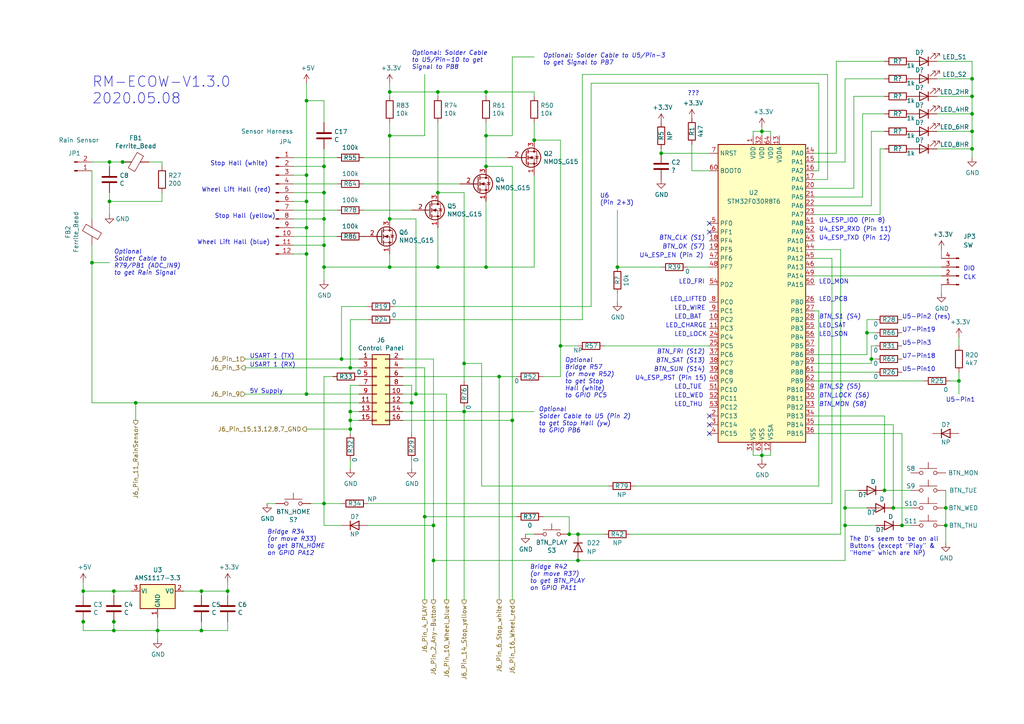
<source format=kicad_sch>
(kicad_sch (version 20211123) (generator eeschema)
  (paper "A4")
  (title_block (title "Project Mowgli") (date "2022-05-22") (rev "1.0.1") (comment 1 "(c) CyberNet / cn@warp.at") (comment 2 "https://github.com/cloudn1ne/Mowgli"))
  (lib_symbols
    (symbol "Connector:Conn_01x02_Male" (pin_names (offset 1.016) hide)
      (property "Reference" "J" (at 0 2.54 0))
      (property "Value" "Conn_01x02_Male" (at 0 -5.08 0))
      (symbol "Conn_01x02_Male_1_1"
        (pin passive line (at 5.08 0 180) (length 3.81) (name "Pin_1") (number "1"))
        (pin passive line (at 5.08 -2.54 180) (length 3.81) (name "Pin_2") (number "2"))
      )
    )
    (symbol "Connector:Conn_01x04_Male" (pin_names (offset 1.016) hide)
      (property "Reference" "J" (at 0 5.08 0))
      (property "Value" "Conn_01x04_Male" (at 0 -7.62 0))
      (symbol "Conn_01x04_Male_1_1"
        (pin passive line (at 5.08 2.54 180) (length 3.81) (name "Pin_1") (number "1"))
        (pin passive line (at 5.08 0 180) (length 3.81) (name "Pin_2") (number "2"))
        (pin passive line (at 5.08 -2.54 180) (length 3.81) (name "Pin_3") (number "3"))
        (pin passive line (at 5.08 -5.08 180) (length 3.81) (name "Pin_4") (number "4"))
      )
    )
    (symbol "Connector:Conn_01x12_Male" (pin_names (offset 1.016) hide)
      (property "Reference" "J" (at 0 15.24 0))
      (property "Value" "Conn_01x12_Male" (at 0 -17.78 0))
      (symbol "Conn_01x12_Male_1_1"
        (pin passive line (at 5.08 12.7 180) (length 3.81) (name "Pin_1") (number "1"))
        (pin passive line (at 5.08 -10.16 180) (length 3.81) (name "Pin_10") (number "10"))
        (pin passive line (at 5.08 -12.7 180) (length 3.81) (name "Pin_11") (number "11"))
        (pin passive line (at 5.08 -15.24 180) (length 3.81) (name "Pin_12") (number "12"))
        (pin passive line (at 5.08 10.16 180) (length 3.81) (name "Pin_2") (number "2"))
        (pin passive line (at 5.08 7.62 180) (length 3.81) (name "Pin_3") (number "3"))
        (pin passive line (at 5.08 5.08 180) (length 3.81) (name "Pin_4") (number "4"))
        (pin passive line (at 5.08 2.54 180) (length 3.81) (name "Pin_5") (number "5"))
        (pin passive line (at 5.08 0 180) (length 3.81) (name "Pin_6") (number "6"))
        (pin passive line (at 5.08 -2.54 180) (length 3.81) (name "Pin_7") (number "7"))
        (pin passive line (at 5.08 -5.08 180) (length 3.81) (name "Pin_8") (number "8"))
        (pin passive line (at 5.08 -7.62 180) (length 3.81) (name "Pin_9") (number "9"))
      )
    )
    (symbol "Connector_Generic:Conn_02x08_Odd_Even" (pin_names (offset 1.016) hide)
      (property "Reference" "J" (at 1.27 10.16 0))
      (property "Value" "Conn_02x08_Odd_Even" (at 1.27 -12.7 0))
      (symbol "Conn_02x08_Odd_Even_1_1"
        (pin passive line (at -5.08 7.62 0) (length 3.81) (name "Pin_1") (number "1"))
        (pin passive line (at 7.62 -2.54 180) (length 3.81) (name "Pin_10") (number "10"))
        (pin passive line (at -5.08 -5.08 0) (length 3.81) (name "Pin_11") (number "11"))
        (pin passive line (at 7.62 -5.08 180) (length 3.81) (name "Pin_12") (number "12"))
        (pin passive line (at -5.08 -7.62 0) (length 3.81) (name "Pin_13") (number "13"))
        (pin passive line (at 7.62 -7.62 180) (length 3.81) (name "Pin_14") (number "14"))
        (pin passive line (at -5.08 -10.16 0) (length 3.81) (name "Pin_15") (number "15"))
        (pin passive line (at 7.62 -10.16 180) (length 3.81) (name "Pin_16") (number "16"))
        (pin passive line (at 7.62 7.62 180) (length 3.81) (name "Pin_2") (number "2"))
        (pin passive line (at -5.08 5.08 0) (length 3.81) (name "Pin_3") (number "3"))
        (pin passive line (at 7.62 5.08 180) (length 3.81) (name "Pin_4") (number "4"))
        (pin passive line (at -5.08 2.54 0) (length 3.81) (name "Pin_5") (number "5"))
        (pin passive line (at 7.62 2.54 180) (length 3.81) (name "Pin_6") (number "6"))
        (pin passive line (at -5.08 0 0) (length 3.81) (name "Pin_7") (number "7"))
        (pin passive line (at 7.62 0 180) (length 3.81) (name "Pin_8") (number "8"))
        (pin passive line (at -5.08 -2.54 0) (length 3.81) (name "Pin_9") (number "9"))
      )
    )
    (symbol "Device:C" (pin_numbers hide) (pin_names (offset 0.254))
      (property "Reference" "C" (at 0.635 2.54 0))
      (property "Value" "C" (at 0.635 -2.54 0))
      (symbol "C_1_1"
        (pin passive line (at 0 3.81 270) (length 2.794) (name "~") (number "1"))
        (pin passive line (at 0 -3.81 90) (length 2.794) (name "~") (number "2"))
      )
    )
    (symbol "Device:D" (pin_numbers hide) (pin_names (offset 1.016) hide)
      (property "Reference" "D" (at 0 2.54 0))
      (property "Value" "D" (at 0 -2.54 0))
      (symbol "D_1_1"
        (pin passive line (at -3.81 0 0) (length 2.54) (name "K") (number "1"))
        (pin passive line (at 3.81 0 180) (length 2.54) (name "A") (number "2"))
      )
    )
    (symbol "Device:Ferrite_Bead" (pin_numbers hide) (pin_names (offset 0))
      (property "Reference" "FB" (at -3.81 0.635 90))
      (property "Value" "Device_Ferrite_Bead" (at 3.81 0 90))
      (symbol "Ferrite_Bead_1_1"
        (pin passive line (at 0 3.81 270) (length 2.54) (name "~") (number "1"))
        (pin passive line (at 0 -3.81 90) (length 2.54) (name "~") (number "2"))
      )
    )
    (symbol "Device:LED" (pin_numbers hide) (pin_names (offset 1.016) hide)
      (property "Reference" "D" (at 0 2.54 0))
      (property "Value" "LED" (at 0 -2.54 0))
      (symbol "LED_1_1"
        (pin passive line (at -3.81 0 0) (length 2.54) (name "K") (number "1"))
        (pin passive line (at 3.81 0 180) (length 2.54) (name "A") (number "2"))
      )
    )
    (symbol "Device:Q_NMOS_SGD" (pin_names (offset 0) hide)
      (property "Reference" "Q" (at 5.08 1.27 0))
      (property "Value" "Q_NMOS_SGD" (at 5.08 -1.27 0))
      (symbol "Q_NMOS_SGD_1_1"
        (pin passive line (at 2.54 -5.08 90) (length 2.54) (name "S") (number "1"))
        (pin input line (at -5.08 0 0) (length 5.08) (name "G") (number "2"))
        (pin passive line (at 2.54 5.08 270) (length 2.54) (name "D") (number "3"))
      )
    )
    (symbol "Device:R" (pin_numbers hide) (pin_names (offset 0))
      (property "Reference" "R" (at 2.032 0 90))
      (property "Value" "R" (at 0 0 90))
      (symbol "R_1_1"
        (pin passive line (at 0 3.81 270) (length 1.27) (name "~") (number "1"))
        (pin passive line (at 0 -3.81 90) (length 1.27) (name "~") (number "2"))
      )
    )
    (symbol "MCU_ST_STM32F0:STM32F030R8Tx"
      (property "Reference" "U" (at -12.7 44.45 0))
      (property "Value" "STM32F030R8Tx" (at 7.62 44.45 0))
      (symbol "STM32F030R8Tx_1_1"
        (pin power_in line (at -2.54 45.72 270) (length 2.54) (name "VDD") (number "1"))
        (pin bidirectional line (at -15.24 -7.62 0) (length 2.54) (name "PC2") (number "10"))
        (pin bidirectional line (at -15.24 -10.16 0) (length 2.54) (name "PC3") (number "11"))
        (pin power_in line (at 2.54 -45.72 90) (length 2.54) (name "VSSA") (number "12"))
        (pin power_in line (at 5.08 45.72 270) (length 2.54) (name "VDDA") (number "13"))
        (pin bidirectional line (at 15.24 40.64 180) (length 2.54) (name "PA0") (number "14"))
        (pin bidirectional line (at 15.24 38.1 180) (length 2.54) (name "PA1") (number "15"))
        (pin bidirectional line (at 15.24 35.56 180) (length 2.54) (name "PA2") (number "16"))
        (pin bidirectional line (at 15.24 33.02 180) (length 2.54) (name "PA3") (number "17"))
        (pin bidirectional line (at -15.24 15.24 0) (length 2.54) (name "PF4") (number "18"))
        (pin bidirectional line (at -15.24 12.7 0) (length 2.54) (name "PF5") (number "19"))
        (pin bidirectional line (at -15.24 -35.56 0) (length 2.54) (name "PC13") (number "2"))
        (pin bidirectional line (at 15.24 30.48 180) (length 2.54) (name "PA4") (number "20"))
        (pin bidirectional line (at 15.24 27.94 180) (length 2.54) (name "PA5") (number "21"))
        (pin bidirectional line (at 15.24 25.4 180) (length 2.54) (name "PA6") (number "22"))
        (pin bidirectional line (at 15.24 22.86 180) (length 2.54) (name "PA7") (number "23"))
        (pin bidirectional line (at -15.24 -12.7 0) (length 2.54) (name "PC4") (number "24"))
        (pin bidirectional line (at -15.24 -15.24 0) (length 2.54) (name "PC5") (number "25"))
        (pin bidirectional line (at 15.24 -2.54 180) (length 2.54) (name "PB0") (number "26"))
        (pin bidirectional line (at 15.24 -5.08 180) (length 2.54) (name "PB1") (number "27"))
        (pin bidirectional line (at 15.24 -7.62 180) (length 2.54) (name "PB2") (number "28"))
        (pin bidirectional line (at 15.24 -27.94 180) (length 2.54) (name "PB10") (number "29"))
        (pin bidirectional line (at -15.24 -38.1 0) (length 2.54) (name "PC14") (number "3"))
        (pin bidirectional line (at 15.24 -30.48 180) (length 2.54) (name "PB11") (number "30"))
        (pin power_in line (at -2.54 -45.72 90) (length 2.54) (name "VSS") (number "31"))
        (pin power_in line (at 0 45.72 270) (length 2.54) (name "VDD") (number "32"))
        (pin bidirectional line (at 15.24 -33.02 180) (length 2.54) (name "PB12") (number "33"))
        (pin bidirectional line (at 15.24 -35.56 180) (length 2.54) (name "PB13") (number "34"))
        (pin bidirectional line (at 15.24 -38.1 180) (length 2.54) (name "PB14") (number "35"))
        (pin bidirectional line (at 15.24 -40.64 180) (length 2.54) (name "PB15") (number "36"))
        (pin bidirectional line (at -15.24 -17.78 0) (length 2.54) (name "PC6") (number "37"))
        (pin bidirectional line (at -15.24 -20.32 0) (length 2.54) (name "PC7") (number "38"))
        (pin bidirectional line (at -15.24 -22.86 0) (length 2.54) (name "PC8") (number "39"))
        (pin bidirectional line (at -15.24 -40.64 0) (length 2.54) (name "PC15") (number "4"))
        (pin bidirectional line (at -15.24 -25.4 0) (length 2.54) (name "PC9") (number "40"))
        (pin bidirectional line (at 15.24 20.32 180) (length 2.54) (name "PA8") (number "41"))
        (pin bidirectional line (at 15.24 17.78 180) (length 2.54) (name "PA9") (number "42"))
        (pin bidirectional line (at 15.24 15.24 180) (length 2.54) (name "PA10") (number "43"))
        (pin bidirectional line (at 15.24 12.7 180) (length 2.54) (name "PA11") (number "44"))
        (pin bidirectional line (at 15.24 10.16 180) (length 2.54) (name "PA12") (number "45"))
        (pin bidirectional line (at 15.24 7.62 180) (length 2.54) (name "PA13") (number "46"))
        (pin bidirectional line (at -15.24 10.16 0) (length 2.54) (name "PF6") (number "47"))
        (pin bidirectional line (at -15.24 7.62 0) (length 2.54) (name "PF7") (number "48"))
        (pin bidirectional line (at 15.24 5.08 180) (length 2.54) (name "PA14") (number "49"))
        (pin input line (at -15.24 20.32 0) (length 2.54) (name "PF0") (number "5"))
        (pin bidirectional line (at 15.24 2.54 180) (length 2.54) (name "PA15") (number "50"))
        (pin bidirectional line (at -15.24 -27.94 0) (length 2.54) (name "PC10") (number "51"))
        (pin bidirectional line (at -15.24 -30.48 0) (length 2.54) (name "PC11") (number "52"))
        (pin bidirectional line (at -15.24 -33.02 0) (length 2.54) (name "PC12") (number "53"))
        (pin bidirectional line (at -15.24 2.54 0) (length 2.54) (name "PD2") (number "54"))
        (pin bidirectional line (at 15.24 -10.16 180) (length 2.54) (name "PB3") (number "55"))
        (pin bidirectional line (at 15.24 -12.7 180) (length 2.54) (name "PB4") (number "56"))
        (pin bidirectional line (at 15.24 -15.24 180) (length 2.54) (name "PB5") (number "57"))
        (pin bidirectional line (at 15.24 -17.78 180) (length 2.54) (name "PB6") (number "58"))
        (pin bidirectional line (at 15.24 -20.32 180) (length 2.54) (name "PB7") (number "59"))
        (pin input line (at -15.24 17.78 0) (length 2.54) (name "PF1") (number "6"))
        (pin input line (at -15.24 35.56 0) (length 2.54) (name "BOOT0") (number "60"))
        (pin bidirectional line (at 15.24 -22.86 180) (length 2.54) (name "PB8") (number "61"))
        (pin bidirectional line (at 15.24 -25.4 180) (length 2.54) (name "PB9") (number "62"))
        (pin power_in line (at 0 -45.72 90) (length 2.54) (name "VSS") (number "63"))
        (pin power_in line (at 2.54 45.72 270) (length 2.54) (name "VDD") (number "64"))
        (pin input line (at -15.24 40.64 0) (length 2.54) (name "NRST") (number "7"))
        (pin bidirectional line (at -15.24 -2.54 0) (length 2.54) (name "PC0") (number "8"))
        (pin bidirectional line (at -15.24 -5.08 0) (length 2.54) (name "PC1") (number "9"))
      )
    )
    (symbol "Regulator_Linear:AMS1117-3.3" (pin_names (offset 0.254))
      (property "Reference" "U" (at -3.81 3.175 0))
      (property "Value" "AMS1117-3.3" (at 0 3.175 0))
      (symbol "AMS1117-3.3_1_1"
        (pin power_in line (at 0 -7.62 90) (length 2.54) (name "GND") (number "1"))
        (pin power_out line (at 7.62 0 180) (length 2.54) (name "VO") (number "2"))
        (pin power_in line (at -7.62 0 0) (length 2.54) (name "VI") (number "3"))
      )
    )
    (symbol "Switch:SW_Push" (pin_numbers hide) (pin_names (offset 1.016) hide)
      (property "Reference" "SW" (at 1.27 2.54 0))
      (property "Value" "SW_Push" (at 0 -1.524 0))
      (symbol "SW_Push_0_1"
        (pin passive line (at -5.08 0 0) (length 2.54) (name "1") (number "1"))
        (pin passive line (at 5.08 0 180) (length 2.54) (name "2") (number "2"))
      )
    )
    (symbol "power:+3.3V" (power) (pin_names (offset 0))
      (property "Value" "+3.3V" (at 0 3.556 0))
      (symbol "+3.3V_1_1"
        (pin power_in line (at 0 0 90) (length 0) hide (name "+3.3V") (number "1"))
      )
    )
    (symbol "power:+5V" (power) (pin_names (offset 0))
      (property "Value" "+5V" (at 0 3.556 0))
      (symbol "+5V_1_1"
        (pin power_in line (at 0 0 90) (length 0) hide (name "+5V") (number "1"))
      )
    )
    (symbol "power:GND" (power) (pin_names (offset 0))
      (property "Value" "GND" (at 0 -3.81 0))
      (symbol "GND_1_1"
        (pin power_in line (at 0 0 270) (length 0) hide (name "GND") (number "1"))
      )
    )
  )
  (junction (at 113.03 39.37))
  (junction (at 123.19 149.86))
  (junction (at 88.9 73.66))
  (junction (at 274.32 147.32))
  (junction (at 119.38 116.84))
  (junction (at 140.97 26.67))
  (junction (at 256.54 142.24))
  (junction (at 281.94 22.86))
  (junction (at 134.62 119.38))
  (junction (at 101.6 106.68))
  (junction (at 66.04 171.45))
  (junction (at 113.03 77.47))
  (junction (at 33.02 182.88))
  (junction (at 167.64 162.56))
  (junction (at 127 77.47))
  (junction (at 24.13 171.45))
  (junction (at 144.78 109.22))
  (junction (at 261.62 152.4))
  (junction (at 88.9 29.21))
  (junction (at 281.94 27.94))
  (junction (at 93.98 71.12))
  (junction (at 245.11 147.32))
  (junction (at 251.46 96.52))
  (junction (at 88.9 66.04))
  (junction (at 24.13 180.34))
  (junction (at 278.13 110.49))
  (junction (at 281.94 38.1))
  (junction (at 88.9 50.8))
  (junction (at 101.6 119.38))
  (junction (at 99.06 104.14))
  (junction (at 113.03 26.67))
  (junction (at 101.6 124.46))
  (junction (at 93.98 77.47))
  (junction (at 127 26.67))
  (junction (at 140.97 77.47))
  (junction (at 26.67 76.2))
  (junction (at 125.73 162.56))
  (junction (at 101.6 121.92))
  (junction (at 31.75 46.99))
  (junction (at 93.98 146.05))
  (junction (at 165.1 154.94))
  (junction (at 31.75 58.42))
  (junction (at 88.9 58.42))
  (junction (at 191.77 44.45))
  (junction (at 167.64 154.94))
  (junction (at 125.73 152.4))
  (junction (at 259.08 147.32))
  (junction (at 120.65 114.3))
  (junction (at 93.98 63.5))
  (junction (at 45.72 182.88))
  (junction (at 58.42 182.88))
  (junction (at 245.11 152.4))
  (junction (at 154.94 40.64))
  (junction (at 162.56 100.33))
  (junction (at 274.32 152.4))
  (junction (at 220.98 132.08))
  (junction (at 148.59 121.92))
  (junction (at 220.98 38.1))
  (junction (at 58.42 171.45))
  (junction (at 179.07 77.47))
  (junction (at 140.97 39.37))
  (junction (at 140.97 48.26))
  (junction (at 93.98 55.88))
  (junction (at 134.62 105.41))
  (junction (at 281.94 33.02))
  (junction (at 88.9 114.3))
  (junction (at 281.94 43.18))
  (junction (at 39.37 116.84))
  (junction (at 33.02 171.45))
  (junction (at 93.98 48.26))
  (junction (at 35.56 46.99))
  (junction (at 113.03 63.5))
  (junction (at 33.02 180.34))
  (junction (at 127 55.88))
  (junction (at 252.73 104.14))
  (no_connect (at 205.74 67.31))
  (no_connect (at 205.74 120.65))
  (no_connect (at 205.74 64.77))
  (no_connect (at 205.74 123.19))
  (no_connect (at 205.74 125.73))
  (wire (pts (xy 255.27 62.23) (xy 255.27 43.18)))
  (wire (pts (xy 35.56 46.99) (xy 38.1 46.99)))
  (wire (pts (xy 31.75 55.88) (xy 31.75 58.42)))
  (wire (pts (xy 140.97 26.67) (xy 127 26.67)))
  (wire (pts (xy 88.9 73.66) (xy 88.9 114.3)))
  (wire (pts (xy 24.13 182.88) (xy 33.02 182.88)))
  (wire (pts (xy 191.77 44.45) (xy 205.74 44.45)))
  (wire (pts (xy 101.6 119.38) (xy 101.6 111.76)))
  (wire (pts (xy 93.98 43.18) (xy 93.98 48.26)))
  (wire (pts (xy 99.06 88.9) (xy 99.06 104.14)))
  (wire (pts (xy 101.6 133.35) (xy 101.6 135.89)))
  (wire (pts (xy 168.91 21.59) (xy 240.03 21.59)))
  (wire (pts (xy 105.41 45.72) (xy 147.32 45.72)))
  (wire (pts (xy 236.22 77.47) (xy 273.05 77.47)))
  (wire (pts (xy 242.57 44.45) (xy 242.57 17.78)))
  (wire (pts (xy 271.78 38.1) (xy 281.94 38.1)))
  (wire (pts (xy 101.6 92.71) (xy 101.6 106.68)))
  (wire (pts (xy 140.97 26.67) (xy 154.94 26.67)))
  (wire (pts (xy 274.32 152.4) (xy 274.32 157.48)))
  (wire (pts (xy 88.9 66.04) (xy 85.09 66.04)))
  (wire (pts (xy 134.62 119.38) (xy 134.62 173.99)))
  (wire (pts (xy 93.98 48.26) (xy 93.98 55.88)))
  (wire (pts (xy 93.98 71.12) (xy 85.09 71.12)))
  (wire (pts (xy 93.98 63.5) (xy 93.98 55.88)))
  (wire (pts (xy 162.56 100.33) (xy 162.56 109.22)))
  (wire (pts (xy 123.19 106.68) (xy 123.19 149.86)))
  (wire (pts (xy 88.9 24.13) (xy 88.9 29.21)))
  (wire (pts (xy 261.62 125.73) (xy 261.62 152.4)))
  (wire (pts (xy 236.22 80.01) (xy 273.05 80.01)))
  (wire (pts (xy 220.98 38.1) (xy 220.98 39.37)))
  (wire (pts (xy 134.62 119.38) (xy 154.94 119.38)))
  (wire (pts (xy 104.14 111.76) (xy 101.6 111.76)))
  (wire (pts (xy 101.6 121.92) (xy 101.6 124.46)))
  (wire (pts (xy 271.78 17.78) (xy 281.94 17.78)))
  (wire (pts (xy 281.94 33.02) (xy 281.94 38.1)))
  (wire (pts (xy 113.03 39.37) (xy 113.03 63.5)))
  (wire (pts (xy 93.98 152.4) (xy 93.98 146.05)))
  (wire (pts (xy 273.05 72.39) (xy 273.05 74.93)))
  (wire (pts (xy 140.97 39.37) (xy 148.59 39.37)))
  (wire (pts (xy 148.59 16.51) (xy 154.94 16.51)))
  (wire (pts (xy 46.99 58.42) (xy 31.75 58.42)))
  (wire (pts (xy 236.22 57.15) (xy 250.19 57.15)))
  (wire (pts (xy 33.02 171.45) (xy 38.1 171.45)))
  (wire (pts (xy 236.22 125.73) (xy 261.62 125.73)))
  (wire (pts (xy 127 77.47) (xy 113.03 77.47)))
  (wire (pts (xy 236.22 59.69) (xy 252.73 59.69)))
  (wire (pts (xy 154.94 35.56) (xy 154.94 40.64)))
  (wire (pts (xy 88.9 29.21) (xy 88.9 50.8)))
  (wire (pts (xy 90.17 146.05) (xy 93.98 146.05)))
  (wire (pts (xy 106.68 88.9) (xy 99.06 88.9)))
  (wire (pts (xy 274.32 142.24) (xy 274.32 147.32)))
  (wire (pts (xy 31.75 58.42) (xy 31.75 62.23)))
  (wire (pts (xy 26.67 76.2) (xy 31.75 76.2)))
  (wire (pts (xy 46.99 46.99) (xy 43.18 46.99)))
  (wire (pts (xy 245.11 152.4) (xy 245.11 162.56)))
  (wire (pts (xy 116.84 104.14) (xy 125.73 104.14)))
  (wire (pts (xy 274.32 147.32) (xy 274.32 152.4)))
  (wire (pts (xy 240.03 21.59) (xy 240.03 52.07)))
  (wire (pts (xy 127 26.67) (xy 127 27.94)))
  (wire (pts (xy 220.98 132.08) (xy 220.98 133.35)))
  (wire (pts (xy 88.9 58.42) (xy 88.9 50.8)))
  (wire (pts (xy 39.37 116.84) (xy 104.14 116.84)))
  (wire (pts (xy 85.09 48.26) (xy 93.98 48.26)))
  (wire (pts (xy 154.94 50.8) (xy 154.94 77.47)))
  (wire (pts (xy 148.59 48.26) (xy 148.59 121.92)))
  (wire (pts (xy 241.3 146.05) (xy 106.68 146.05)))
  (wire (pts (xy 58.42 172.72) (xy 58.42 171.45)))
  (wire (pts (xy 24.13 171.45) (xy 24.13 172.72)))
  (wire (pts (xy 148.59 39.37) (xy 148.59 16.51)))
  (wire (pts (xy 85.09 73.66) (xy 88.9 73.66)))
  (wire (pts (xy 24.13 180.34) (xy 24.13 182.88)))
  (wire (pts (xy 101.6 106.68) (xy 104.14 106.68)))
  (wire (pts (xy 250.19 33.02) (xy 256.54 33.02)))
  (wire (pts (xy 236.22 110.49) (xy 267.97 110.49)))
  (wire (pts (xy 218.44 39.37) (xy 218.44 38.1)))
  (wire (pts (xy 179.07 60.96) (xy 179.07 77.47)))
  (wire (pts (xy 125.73 162.56) (xy 125.73 173.99)))
  (wire (pts (xy 125.73 104.14) (xy 125.73 152.4)))
  (wire (pts (xy 66.04 171.45) (xy 66.04 168.91)))
  (wire (pts (xy 236.22 123.19) (xy 259.08 123.19)))
  (wire (pts (xy 125.73 162.56) (xy 167.64 162.56)))
  (wire (pts (xy 223.52 38.1) (xy 220.98 38.1)))
  (wire (pts (xy 101.6 121.92) (xy 104.14 121.92)))
  (wire (pts (xy 71.12 104.14) (xy 99.06 104.14)))
  (wire (pts (xy 271.78 33.02) (xy 281.94 33.02)))
  (wire (pts (xy 71.12 106.68) (xy 101.6 106.68)))
  (wire (pts (xy 39.37 121.92) (xy 39.37 116.84)))
  (wire (pts (xy 88.9 50.8) (xy 85.09 50.8)))
  (wire (pts (xy 119.38 116.84) (xy 119.38 125.73)))
  (wire (pts (xy 114.3 88.9) (xy 171.45 88.9)))
  (wire (pts (xy 93.98 63.5) (xy 93.98 71.12)))
  (wire (pts (xy 236.22 74.93) (xy 241.3 74.93)))
  (wire (pts (xy 140.97 58.42) (xy 140.97 77.47)))
  (wire (pts (xy 220.98 132.08) (xy 220.98 130.81)))
  (wire (pts (xy 220.98 36.83) (xy 220.98 38.1)))
  (wire (pts (xy 88.9 124.46) (xy 101.6 124.46)))
  (wire (pts (xy 264.16 152.4) (xy 261.62 152.4)))
  (wire (pts (xy 119.38 133.35) (xy 119.38 135.89)))
  (wire (pts (xy 252.73 59.69) (xy 252.73 38.1)))
  (wire (pts (xy 165.1 149.86) (xy 165.1 154.94)))
  (wire (pts (xy 171.45 24.13) (xy 237.49 24.13)))
  (wire (pts (xy 144.78 109.22) (xy 149.86 109.22)))
  (wire (pts (xy 53.34 171.45) (xy 58.42 171.45)))
  (wire (pts (xy 167.64 162.56) (xy 245.11 162.56)))
  (wire (pts (xy 93.98 55.88) (xy 85.09 55.88)))
  (wire (pts (xy 236.22 72.39) (xy 243.84 72.39)))
  (wire (pts (xy 243.84 72.39) (xy 243.84 154.94)))
  (wire (pts (xy 248.92 142.24) (xy 245.11 142.24)))
  (wire (pts (xy 256.54 120.65) (xy 236.22 120.65)))
  (wire (pts (xy 179.07 77.47) (xy 191.77 77.47)))
  (wire (pts (xy 45.72 182.88) (xy 45.72 185.42)))
  (wire (pts (xy 97.79 60.96) (xy 85.09 60.96)))
  (wire (pts (xy 101.6 119.38) (xy 101.6 121.92)))
  (wire (pts (xy 24.13 171.45) (xy 24.13 168.91)))
  (wire (pts (xy 45.72 182.88) (xy 58.42 182.88)))
  (wire (pts (xy 93.98 77.47) (xy 113.03 77.47)))
  (wire (pts (xy 106.68 152.4) (xy 125.73 152.4)))
  (wire (pts (xy 259.08 147.32) (xy 264.16 147.32)))
  (wire (pts (xy 140.97 48.26) (xy 140.97 39.37)))
  (wire (pts (xy 245.11 152.4) (xy 254 152.4)))
  (wire (pts (xy 33.02 172.72) (xy 33.02 171.45)))
  (wire (pts (xy 93.98 29.21) (xy 88.9 29.21)))
  (wire (pts (xy 278.13 97.79) (xy 278.13 100.33)))
  (wire (pts (xy 116.84 116.84) (xy 119.38 116.84)))
  (wire (pts (xy 116.84 121.92) (xy 148.59 121.92)))
  (wire (pts (xy 273.05 82.55) (xy 273.05 85.09)))
  (wire (pts (xy 31.75 46.99) (xy 35.56 46.99)))
  (wire (pts (xy 113.03 35.56) (xy 113.03 39.37)))
  (wire (pts (xy 218.44 132.08) (xy 220.98 132.08)))
  (wire (pts (xy 93.98 146.05) (xy 93.98 109.22)))
  (wire (pts (xy 140.97 77.47) (xy 154.94 77.47)))
  (wire (pts (xy 140.97 48.26) (xy 148.59 48.26)))
  (wire (pts (xy 97.79 53.34) (xy 85.09 53.34)))
  (wire (pts (xy 123.19 21.59) (xy 123.19 39.37)))
  (wire (pts (xy 252.73 104.14) (xy 254 104.14)))
  (wire (pts (xy 140.97 26.67) (xy 140.97 27.94)))
  (wire (pts (xy 171.45 88.9) (xy 171.45 24.13)))
  (wire (pts (xy 237.49 49.53) (xy 236.22 49.53)))
  (wire (pts (xy 113.03 73.66) (xy 113.03 77.47)))
  (wire (pts (xy 256.54 142.24) (xy 264.16 142.24)))
  (wire (pts (xy 116.84 106.68) (xy 123.19 106.68)))
  (wire (pts (xy 120.65 63.5) (xy 120.65 114.3)))
  (wire (pts (xy 116.84 119.38) (xy 134.62 119.38)))
  (wire (pts (xy 236.22 105.41) (xy 252.73 105.41)))
  (wire (pts (xy 255.27 43.18) (xy 256.54 43.18)))
  (wire (pts (xy 127 55.88) (xy 134.62 55.88)))
  (wire (pts (xy 46.99 48.26) (xy 46.99 46.99)))
  (wire (pts (xy 259.08 123.19) (xy 259.08 147.32)))
  (wire (pts (xy 88.9 114.3) (xy 104.14 114.3)))
  (wire (pts (xy 200.66 49.53) (xy 205.74 49.53)))
  (wire (pts (xy 162.56 100.33) (xy 167.64 100.33)))
  (wire (pts (xy 154.94 26.67) (xy 154.94 27.94)))
  (wire (pts (xy 237.49 140.97) (xy 184.15 140.97)))
  (wire (pts (xy 104.14 119.38) (xy 101.6 119.38)))
  (wire (pts (xy 162.56 40.64) (xy 162.56 100.33)))
  (wire (pts (xy 26.67 46.99) (xy 31.75 46.99)))
  (wire (pts (xy 167.64 154.94) (xy 175.26 154.94)))
  (wire (pts (xy 237.49 90.17) (xy 237.49 140.97)))
  (wire (pts (xy 99.06 104.14) (xy 104.14 104.14)))
  (wire (pts (xy 139.7 140.97) (xy 139.7 105.41)))
  (wire (pts (xy 106.68 92.71) (xy 101.6 92.71)))
  (wire (pts (xy 105.41 60.96) (xy 119.38 60.96)))
  (wire (pts (xy 271.78 22.86) (xy 281.94 22.86)))
  (wire (pts (xy 134.62 105.41) (xy 134.62 110.49)))
  (wire (pts (xy 236.22 90.17) (xy 237.49 90.17)))
  (wire (pts (xy 175.26 100.33) (xy 205.74 100.33)))
  (wire (pts (xy 139.7 140.97) (xy 176.53 140.97)))
  (wire (pts (xy 148.59 121.92) (xy 148.59 173.99)))
  (wire (pts (xy 114.3 92.71) (xy 168.91 92.71)))
  (wire (pts (xy 237.49 24.13) (xy 237.49 49.53)))
  (wire (pts (xy 93.98 35.56) (xy 93.98 29.21)))
  (wire (pts (xy 245.11 147.32) (xy 251.46 147.32)))
  (wire (pts (xy 278.13 110.49) (xy 278.13 107.95)))
  (wire (pts (xy 33.02 182.88) (xy 45.72 182.88)))
  (wire (pts (xy 144.78 109.22) (xy 144.78 173.99)))
  (wire (pts (xy 66.04 171.45) (xy 66.04 172.72)))
  (wire (pts (xy 26.67 49.53) (xy 26.67 63.5)))
  (wire (pts (xy 247.65 27.94) (xy 256.54 27.94)))
  (wire (pts (xy 101.6 124.46) (xy 101.6 125.73)))
  (wire (pts (xy 278.13 110.49) (xy 278.13 114.3)))
  (wire (pts (xy 134.62 55.88) (xy 134.62 105.41)))
  (wire (pts (xy 218.44 38.1) (xy 220.98 38.1)))
  (wire (pts (xy 93.98 77.47) (xy 93.98 81.28)))
  (wire (pts (xy 152.4 154.94) (xy 154.94 154.94)))
  (wire (pts (xy 251.46 96.52) (xy 254 96.52)))
  (wire (pts (xy 140.97 77.47) (xy 127 77.47)))
  (wire (pts (xy 113.03 24.13) (xy 113.03 26.67)))
  (wire (pts (xy 113.03 63.5) (xy 120.65 63.5)))
  (wire (pts (xy 45.72 179.07) (xy 45.72 182.88)))
  (wire (pts (xy 281.94 27.94) (xy 281.94 33.02)))
  (wire (pts (xy 199.39 77.47) (xy 205.74 77.47)))
  (wire (pts (xy 179.07 85.09) (xy 179.07 87.63)))
  (wire (pts (xy 88.9 73.66) (xy 88.9 66.04)))
  (wire (pts (xy 85.09 45.72) (xy 97.79 45.72)))
  (wire (pts (xy 252.73 105.41) (xy 252.73 104.14)))
  (wire (pts (xy 245.11 22.86) (xy 256.54 22.86)))
  (wire (pts (xy 251.46 96.52) (xy 251.46 102.87)))
  (wire (pts (xy 31.75 48.26) (xy 31.75 46.99)))
  (wire (pts (xy 191.77 43.18) (xy 191.77 44.45)))
  (wire (pts (xy 275.59 110.49) (xy 278.13 110.49)))
  (wire (pts (xy 99.06 152.4) (xy 93.98 152.4)))
  (wire (pts (xy 88.9 66.04) (xy 88.9 58.42)))
  (wire (pts (xy 127 55.88) (xy 127 35.56)))
  (wire (pts (xy 33.02 180.34) (xy 33.02 182.88)))
  (wire (pts (xy 26.67 76.2) (xy 26.67 116.84)))
  (wire (pts (xy 223.52 132.08) (xy 220.98 132.08)))
  (wire (pts (xy 254 100.33) (xy 252.73 100.33)))
  (wire (pts (xy 123.19 149.86) (xy 123.19 173.99)))
  (wire (pts (xy 245.11 147.32) (xy 245.11 152.4)))
  (wire (pts (xy 58.42 182.88) (xy 66.04 182.88)))
  (wire (pts (xy 33.02 179.07) (xy 33.02 180.34)))
  (wire (pts (xy 58.42 180.34) (xy 58.42 182.88)))
  (wire (pts (xy 157.48 109.22) (xy 162.56 109.22)))
  (wire (pts (xy 256.54 142.24) (xy 256.54 120.65)))
  (wire (pts (xy 252.73 38.1) (xy 256.54 38.1)))
  (wire (pts (xy 245.11 46.99) (xy 245.11 22.86)))
  (wire (pts (xy 251.46 92.71) (xy 251.46 96.52)))
  (wire (pts (xy 236.22 44.45) (xy 242.57 44.45)))
  (wire (pts (xy 123.19 149.86) (xy 149.86 149.86)))
  (wire (pts (xy 129.54 114.3) (xy 129.54 173.99)))
  (wire (pts (xy 77.47 146.05) (xy 80.01 146.05)))
  (wire (pts (xy 116.84 114.3) (xy 120.65 114.3)))
  (wire (pts (xy 236.22 102.87) (xy 251.46 102.87)))
  (wire (pts (xy 134.62 105.41) (xy 139.7 105.41)))
  (wire (pts (xy 182.88 154.94) (xy 243.84 154.94)))
  (wire (pts (xy 281.94 43.18) (xy 281.94 45.72)))
  (wire (pts (xy 252.73 100.33) (xy 252.73 104.14)))
  (wire (pts (xy 24.13 171.45) (xy 33.02 171.45)))
  (wire (pts (xy 241.3 74.93) (xy 241.3 146.05)))
  (wire (pts (xy 119.38 111.76) (xy 119.38 116.84)))
  (wire (pts (xy 116.84 109.22) (xy 144.78 109.22)))
  (wire (pts (xy 236.22 62.23) (xy 255.27 62.23)))
  (wire (pts (xy 93.98 71.12) (xy 93.98 77.47)))
  (wire (pts (xy 154.94 40.64) (xy 162.56 40.64)))
  (wire (pts (xy 93.98 146.05) (xy 99.06 146.05)))
  (wire (pts (xy 120.65 114.3) (xy 129.54 114.3)))
  (wire (pts (xy 125.73 152.4) (xy 125.73 162.56)))
  (wire (pts (xy 88.9 58.42) (xy 85.09 58.42)))
  (wire (pts (xy 46.99 55.88) (xy 46.99 58.42)))
  (wire (pts (xy 134.62 118.11) (xy 134.62 119.38)))
  (wire (pts (xy 236.22 54.61) (xy 247.65 54.61)))
  (wire (pts (xy 127 66.04) (xy 127 77.47)))
  (wire (pts (xy 93.98 109.22) (xy 96.52 109.22)))
  (wire (pts (xy 58.42 171.45) (xy 66.04 171.45)))
  (wire (pts (xy 250.19 57.15) (xy 250.19 33.02)))
  (wire (pts (xy 236.22 107.95) (xy 254 107.95)))
  (wire (pts (xy 271.78 43.18) (xy 281.94 43.18)))
  (wire (pts (xy 254 92.71) (xy 251.46 92.71)))
  (wire (pts (xy 113.03 27.94) (xy 113.03 26.67)))
  (wire (pts (xy 85.09 68.58) (xy 97.79 68.58)))
  (wire (pts (xy 242.57 17.78) (xy 256.54 17.78)))
  (wire (pts (xy 245.11 142.24) (xy 245.11 147.32)))
  (wire (pts (xy 247.65 54.61) (xy 247.65 27.94)))
  (wire (pts (xy 66.04 182.88) (xy 66.04 180.34)))
  (wire (pts (xy 116.84 111.76) (xy 119.38 111.76)))
  (wire (pts (xy 218.44 130.81) (xy 218.44 132.08)))
  (wire (pts (xy 271.78 27.94) (xy 281.94 27.94)))
  (wire (pts (xy 223.52 39.37) (xy 223.52 38.1)))
  (wire (pts (xy 236.22 52.07) (xy 240.03 52.07)))
  (wire (pts (xy 26.67 116.84) (xy 39.37 116.84)))
  (wire (pts (xy 113.03 26.67) (xy 127 26.67)))
  (wire (pts (xy 113.03 39.37) (xy 123.19 39.37)))
  (wire (pts (xy 236.22 46.99) (xy 245.11 46.99)))
  (wire (pts (xy 168.91 92.71) (xy 168.91 21.59)))
  (wire (pts (xy 165.1 154.94) (xy 167.64 154.94)))
  (wire (pts (xy 281.94 17.78) (xy 281.94 22.86)))
  (wire (pts (xy 157.48 149.86) (xy 165.1 149.86)))
  (wire (pts (xy 223.52 130.81) (xy 223.52 132.08)))
  (wire (pts (xy 140.97 39.37) (xy 140.97 35.56)))
  (wire (pts (xy 85.09 63.5) (xy 93.98 63.5)))
  (wire (pts (xy 200.66 41.91) (xy 200.66 49.53)))
  (wire (pts (xy 26.67 71.12) (xy 26.67 76.2)))
  (wire (pts (xy 105.41 53.34) (xy 133.35 53.34)))
  (wire (pts (xy 71.12 114.3) (xy 88.9 114.3)))
  (wire (pts (xy 24.13 179.07) (xy 24.13 180.34)))
  (wire (pts (xy 281.94 22.86) (xy 281.94 27.94)))
  (wire (pts (xy 281.94 38.1) (xy 281.94 43.18)))
  (text "U4_ESP_EN (Pin 2)" (at 185.42 74.93 0) (effects (font (size 1.27 1.27)) (justify left bottom)))
  (text "U7-Pin19" (at 261.62 96.52 0) (effects (font (size 1.27 1.27)) (justify left bottom)))
  (text "U6\n(Pin 2+3)" (at 173.99 59.69 0) (effects (font (size 1.27 1.27)) (justify left bottom)))
  (text "Optional: Solder Cable\nto U5/Pin-10 to get\nSignal to PB8" (at 119.38 20.32 0) (effects (font (size 1.27 1.27) italic) (justify left bottom)))
  (text "LED_MON" (at 237.49 82.55 0) (effects (font (size 1.27 1.27)) (justify left bottom)))
  (text "U4_ESP_RST (Pin 15)" (at 184.15 110.49 0) (effects (font (size 1.27 1.27)) (justify left bottom)))
  (text "USART 1 (RX)" (at 72.39 106.68 0) (effects (font (size 1.27 1.27)) (justify left bottom)))
  (text "The D's seem to be on all\nButtons (except \"Play\" &\n\"Home\" which are NP)" (at 246.38 161.29 0) (effects (font (size 1.27 1.27)) (justify left bottom)))
  (text "LED_PCB" (at 237.49 87.63 0) (effects (font (size 1.27 1.27)) (justify left bottom)))
  (text "BTN_OK (S7)" (at 204.47 72.39 180) (effects (font (size 1.27 1.27) italic) (justify right bottom)))
  (text "U5-Pin2 (res)" (at 261.62 92.71 0) (effects (font (size 1.27 1.27)) (justify left bottom)))
  (text "RM-ECOW-V1.3.0\n2020.05.08" (at 26.67 30.48 0) (effects (font (size 2.9972 2.9972)) (justify left bottom)))
  (text "U4_ESP_IO0 (Pin 8)" (at 237.49 64.77 0) (effects (font (size 1.27 1.27)) (justify left bottom)))
  (text "DIO" (at 279.4 78.74 0) (effects (font (size 1.27 1.27)) (justify left bottom)))
  (text "LED_WED" (at 195.58 115.57 0) (effects (font (size 1.27 1.27)) (justify left bottom)))
  (text "BTN_SAT (S13)" (at 204.47 105.41 180) (effects (font (size 1.27 1.27) italic) (justify right bottom)))
  (text "LED_SON" (at 237.49 97.79 0) (effects (font (size 1.27 1.27)) (justify left bottom)))
  (text "LED_WIRE" (at 195.58 90.17 0) (effects (font (size 1.27 1.27)) (justify left bottom)))
  (text "Optional\nBridge R57\n(or move R52)\nto get Stop\nHall (white)\nto GPIO PC5" (at 163.83 115.57 0) (effects (font (size 1.27 1.27) italic) (justify left bottom)))
  (text "LED_FRI" (at 196.85 82.55 0) (effects (font (size 1.27 1.27)) (justify left bottom)))
  (text "BTN_S2 (S5)" (at 237.49 113.03 0) (effects (font (size 1.27 1.27) italic) (justify left bottom)))
  (text "U5-Pin10" (at 261.62 107.95 0) (effects (font (size 1.27 1.27)) (justify left bottom)))
  (text "LED_THU" (at 195.58 118.11 0) (effects (font (size 1.27 1.27)) (justify left bottom)))
  (text "LED_LOCK" (at 195.58 97.79 0) (effects (font (size 1.27 1.27)) (justify left bottom)))
  (text "Optional\nSolder Cable to U5 (Pin 2)\nto get Stop Hall (yw)\nto GPIO PB6" (at 156.21 125.73 0) (effects (font (size 1.27 1.27) italic) (justify left bottom)))
  (text "CLK" (at 279.4 81.28 0) (effects (font (size 1.27 1.27)) (justify left bottom)))
  (text "Wheel Lift Hall (blue)" (at 57.15 71.12 0) (effects (font (size 1.27 1.27)) (justify left bottom)))
  (text "USART 1 (TX)" (at 72.39 104.14 0) (effects (font (size 1.27 1.27)) (justify left bottom)))
  (text "U5-Pin3" (at 261.62 100.33 0) (effects (font (size 1.27 1.27)) (justify left bottom)))
  (text "Bridge R42\n(or move R37)\nto get BTN_PLAY\non GPIO PA11" (at 153.67 171.45 0) (effects (font (size 1.27 1.27) italic) (justify left bottom)))
  (text "BTN_MON (S8)" (at 237.49 118.11 0) (effects (font (size 1.27 1.27) italic) (justify left bottom)))
  (text "LED_BAT" (at 195.58 92.71 0) (effects (font (size 1.27 1.27)) (justify left bottom)))
  (text "U4_ESP_TXD (Pin 12)" (at 237.49 69.85 0) (effects (font (size 1.27 1.27)) (justify left bottom)))
  (text "Stop Hall (yellow)" (at 62.23 63.5 0) (effects (font (size 1.27 1.27)) (justify left bottom)))
  (text "Stop Hall (white)" (at 60.96 48.26 0) (effects (font (size 1.27 1.27)) (justify left bottom)))
  (text "Bridge R34\n(or move R33)\nto get BTN_HOME\non GPIO PA12" (at 77.47 161.29 0) (effects (font (size 1.27 1.27) italic) (justify left bottom)))
  (text "Optional\nSolder Cable to\nR79/PB1 (ADC_IN9)\nto get Rain Signal" (at 33.02 80.01 0) (effects (font (size 1.27 1.27) italic) (justify left bottom)))
  (text "5V Supply" (at 72.39 114.3 0) (effects (font (size 1.27 1.27)) (justify left bottom)))
  (text "???" (at 199.39 27.94 0) (effects (font (size 1.27 1.27)) (justify left bottom)))
  (text "LED_TUE" (at 195.58 113.03 0) (effects (font (size 1.27 1.27)) (justify left bottom)))
  (text "LED_LIFTED" (at 194.31 87.63 0) (effects (font (size 1.27 1.27)) (justify left bottom)))
  (text "U7-Pin18" (at 261.62 104.14 0) (effects (font (size 1.27 1.27)) (justify left bottom)))
  (text "Wheel Lift Hall (red)" (at 58.42 55.88 0) (effects (font (size 1.27 1.27)) (justify left bottom)))
  (text "LED_CHARGE" (at 193.04 95.25 0) (effects (font (size 1.27 1.27)) (justify left bottom)))
  (text "BTN_S1 (S4)" (at 237.49 92.71 0) (effects (font (size 1.27 1.27) italic) (justify left bottom)))
  (text "U4_ESP_RXD (Pin 11)" (at 237.49 67.31 0) (effects (font (size 1.27 1.27)) (justify left bottom)))
  (text "LED_SAT" (at 237.49 95.25 0) (effects (font (size 1.27 1.27)) (justify left bottom)))
  (text "BTN_CLK (S1)" (at 204.47 69.85 180) (effects (font (size 1.27 1.27) italic) (justify right bottom)))
  (text "Optional: Solder Cable to U5/Pin-3\nto get Signal to PB7" (at 157.48 19.05 0) (effects (font (size 1.27 1.27) italic) (justify left bottom)))
  (text "BTN_LOCK (S6)" (at 237.49 115.57 0) (effects (font (size 1.27 1.27) italic) (justify left bottom)))
  (text "BTN_SUN (S14)" (at 204.47 107.95 180) (effects (font (size 1.27 1.27) italic) (justify right bottom)))
  (text "BTN_FRI (S12)" (at 204.47 102.87 180) (effects (font (size 1.27 1.27) italic) (justify right bottom)))
  (text "U5-Pin1" (at 274.32 116.84 0) (effects (font (size 1.27 1.27)) (justify left bottom)))
  (hierarchical_label "J6_Pin_10_Wheel_blue" (shape output) (at 129.54 173.99 270))
  (hierarchical_label "J6_Pin_3" (shape output) (at 71.12 106.68 180))
  (hierarchical_label "J6_Pin_1" (shape input) (at 71.12 104.14 180))
  (hierarchical_label "J6_Pin_15,13,12,8,7_GND" (shape output) (at 88.9 124.46 180))
  (hierarchical_label "J6_Pin_16_Wheel_red" (shape output) (at 148.59 173.99 270))
  (hierarchical_label "J6_Pin_11_RainSensor" (shape output) (at 39.37 121.92 270))
  (hierarchical_label "J6_Pin_4_PLAY" (shape output) (at 123.19 173.99 270))
  (hierarchical_label "J6_Pin_14_Stop_yellow" (shape output) (at 134.62 173.99 270))
  (hierarchical_label "J6_Pin_6_Stop_white" (shape output) (at 144.78 173.99 270))
  (hierarchical_label "J6_Pin_9" (shape input) (at 71.12 114.3 180))
  (hierarchical_label "J6_Pin_2_Any-Button" (shape output) (at 125.73 173.99 270))
  (symbol (lib_id "Regulator_Linear:AMS1117-3.3") (at 45.72 171.45 0) (unit 1)
    (property "Reference" "U3" (at 45.72 165.3032 0))
    (property "Value" "AMS1117-3.3" (at 45.72 167.6146 0))
    (property "Footprint" "Package_TO_SOT_SMD:SOT-223-3_TabPin2" (effects hide))
    (property "Datasheet" "http://www.advanced-monolithic.com/pdf/ds1117.pdf" (effects hide))
  )
  (symbol (lib_id "power:+5V") (at 88.9 24.13 0) (unit 1)
    (property "Reference" "#PWR?" (effects hide))
    (property "Value" "+5V" (at 89.281 19.7358 0))
  )
  (symbol (lib_id "power:+5V") (at 24.13 168.91 0) (unit 1)
    (property "Reference" "#PWR?" (effects hide))
    (property "Value" "+5V" (at 24.511 164.5158 0))
  )
  (symbol (lib_id "power:GND") (at 45.72 185.42 0) (unit 1)
    (property "Reference" "#PWR?" (effects hide))
    (property "Value" "GND" (at 45.847 189.8142 0))
  )
  (symbol (lib_id "Device:C") (at 24.13 176.53 0) (unit 1)
    (property "Reference" "C3" (at 27.051 175.3616 0) (effects (justify left)))
    (property "Value" "C" (at 27.051 177.673 0) (effects (justify left)))
  )
  (symbol (lib_id "Device:C") (at 33.02 176.53 0) (unit 1)
    (property "Reference" "C4" (at 35.941 175.3616 0) (effects (justify left)))
    (property "Value" "C" (at 35.941 177.673 0) (effects (justify left)))
  )
  (symbol (lib_id "Device:C") (at 58.42 176.53 0) (unit 1)
    (property "Reference" "C5" (at 61.341 175.3616 0) (effects (justify left)))
    (property "Value" "C" (at 61.341 177.673 0) (effects (justify left)))
  )
  (symbol (lib_id "Device:C") (at 66.04 176.53 0) (unit 1)
    (property "Reference" "C6" (at 68.961 175.3616 0) (effects (justify left)))
    (property "Value" "C" (at 68.961 177.673 0) (effects (justify left)))
  )
  (symbol (lib_id "power:+3.3V") (at 66.04 168.91 0) (unit 1)
    (property "Reference" "#PWR?" (effects hide))
    (property "Value" "+3.3V" (at 66.421 164.5158 0))
  )
  (symbol (lib_id "Connector:Conn_01x02_Male") (at 21.59 49.53 0) (mirror x) (unit 1)
    (property "Reference" "JP1" (at 21.59 44.45 0))
    (property "Value" "Rain Sensor" (at 22.86 40.64 0))
  )
  (symbol (lib_id "Device:C") (at 31.75 52.07 0) (unit 1)
    (property "Reference" "C8" (at 34.671 50.9016 0) (effects (justify left)))
    (property "Value" "C" (at 34.671 53.213 0) (effects (justify left)))
  )
  (symbol (lib_id "power:GND") (at 31.75 62.23 0) (unit 1)
    (property "Reference" "#PWR?" (effects hide))
    (property "Value" "GND" (at 35.56 63.5 0))
  )
  (symbol (lib_id "Device:Ferrite_Bead") (at 39.37 46.99 270) (unit 1)
    (property "Reference" "FB1" (at 39.37 40.0304 90))
    (property "Value" "Ferrite_Bead" (at 39.37 42.3418 90))
  )
  (symbol (lib_id "Device:R") (at 46.99 52.07 0) (unit 1)
    (property "Reference" "R27" (at 48.768 50.9016 0) (effects (justify left)))
    (property "Value" "200" (at 48.768 53.213 0) (effects (justify left)))
  )
  (symbol (lib_id "Device:R") (at 113.03 31.75 0) (unit 1)
    (property "Reference" "R83" (at 114.808 30.5816 0) (effects (justify left)))
    (property "Value" "10k" (at 114.808 32.893 0) (effects (justify left)))
  )
  (symbol (lib_id "power:+3.3V") (at 113.03 24.13 0) (unit 1)
    (property "Reference" "#PWR?" (effects hide))
    (property "Value" "+3.3V" (at 113.411 19.7358 0))
  )
  (symbol (lib_id "Device:Q_NMOS_SGD") (at 110.49 68.58 0) (unit 1)
    (property "Reference" "Q6" (at 115.697 67.4116 0) (effects (justify left)))
    (property "Value" "NMOS_G15" (at 115.697 69.723 0) (effects (justify left)))
  )
  (symbol (lib_id "Device:R") (at 101.6 68.58 90) (unit 1)
    (property "Reference" "R86" (at 101.6 68.58 90))
    (property "Value" "100k" (at 101.6 65.6336 90))
  )
  (symbol (lib_id "Connector:Conn_01x12_Male") (at 80.01 58.42 0) (unit 1)
    (property "Reference" "JP4" (at 82.7532 41.1226 0))
    (property "Value" "Sensor Harness" (at 77.47 38.1 0))
  )
  (symbol (lib_id "power:GND") (at 93.98 81.28 0) (unit 1)
    (property "Reference" "#PWR?" (effects hide))
    (property "Value" "GND" (at 94.107 85.6742 0))
  )
  (symbol (lib_id "Connector_Generic:Conn_02x08_Odd_Even") (at 109.22 111.76 0) (unit 1)
    (property "Reference" "J6" (at 110.49 98.6282 0))
    (property "Value" "Control Panel" (at 110.49 100.9396 0))
  )
  (symbol (lib_id "Device:R") (at 154.94 31.75 0) (unit 1)
    (property "Reference" "R50" (at 156.718 30.5816 0) (effects (justify left)))
    (property "Value" "10k" (at 156.718 32.893 0) (effects (justify left)))
  )
  (symbol (lib_id "Device:Q_NMOS_SGD") (at 152.4 45.72 0) (unit 1)
    (property "Reference" "Q2" (at 157.607 44.5516 0) (effects (justify left)))
    (property "Value" "NMOS_G15" (at 157.607 46.863 0) (effects (justify left)))
  )
  (symbol (lib_id "Device:R") (at 101.6 45.72 90) (unit 1)
    (property "Reference" "R55" (at 101.6 45.72 90))
    (property "Value" "100k" (at 101.6 42.7736 90))
  )
  (symbol (lib_id "Device:R") (at 100.33 109.22 270) (unit 1)
    (property "Reference" "R33" (at 100.33 109.22 90))
    (property "Value" "0" (at 104.14 107.95 90))
  )
  (symbol (lib_id "Device:Q_NMOS_SGD") (at 124.46 60.96 0) (unit 1)
    (property "Reference" "Q5" (at 129.667 59.7916 0) (effects (justify left)))
    (property "Value" "NMOS_G15" (at 129.667 62.103 0) (effects (justify left)))
  )
  (symbol (lib_id "Device:R") (at 101.6 60.96 90) (unit 1)
    (property "Reference" "R78" (at 101.6 60.96 90))
    (property "Value" "100k" (at 101.6 58.0136 90))
  )
  (symbol (lib_id "Device:R") (at 127 31.75 0) (unit 1)
    (property "Reference" "R74" (at 128.778 30.5816 0) (effects (justify left)))
    (property "Value" "10k" (at 128.778 32.893 0) (effects (justify left)))
  )
  (symbol (lib_id "Device:Q_NMOS_SGD") (at 138.43 53.34 0) (unit 1)
    (property "Reference" "Q4" (at 143.637 52.1716 0) (effects (justify left)))
    (property "Value" "NMOS_G15" (at 143.637 54.483 0) (effects (justify left)))
  )
  (symbol (lib_id "Device:R") (at 101.6 53.34 90) (unit 1)
    (property "Reference" "R64" (at 101.6 53.34 90))
    (property "Value" "100k" (at 101.6 50.3936 90))
  )
  (symbol (lib_id "Device:R") (at 140.97 31.75 0) (unit 1)
    (property "Reference" "R61" (at 142.748 30.5816 0) (effects (justify left)))
    (property "Value" "10k" (at 142.748 32.893 0) (effects (justify left)))
  )
  (symbol (lib_id "Device:C") (at 93.98 39.37 0) (unit 1)
    (property "Reference" "C17" (at 96.901 38.2016 0) (effects (justify left)))
    (property "Value" "C" (at 96.901 40.513 0) (effects (justify left)))
  )
  (symbol (lib_id "Device:R") (at 260.35 33.02 270) (unit 1)
    (property "Reference" "R?" (at 260.35 33.02 90))
    (property "Value" "1k" (at 264.16 34.29 90))
  )
  (symbol (lib_id "Device:R") (at 119.38 129.54 180) (unit 1)
    (property "Reference" "R29" (at 119.38 129.54 90))
    (property "Value" "0" (at 120.65 133.35 90))
  )
  (symbol (lib_id "Device:R") (at 278.13 104.14 0) (unit 1)
    (property "Reference" "R20" (at 279.908 102.9716 0) (effects (justify left)))
    (property "Value" "4k7" (at 279.908 105.283 0) (effects (justify left)))
  )
  (symbol (lib_id "Device:R") (at 257.81 100.33 90) (unit 1) (in_bom no) (on_board no)
    (property "Reference" "R31" (at 257.81 100.33 90))
    (property "Value" "0" (at 254 101.6 90))
  )
  (symbol (lib_id "Device:R") (at 271.78 110.49 90) (unit 1) (in_bom no) (on_board no)
    (property "Reference" "R25" (at 271.78 110.49 90))
    (property "Value" "0" (at 274.32 113.03 90))
  )
  (symbol (lib_id "Device:R") (at 260.35 43.18 270) (unit 1)
    (property "Reference" "R?" (at 260.35 43.18 90))
    (property "Value" "1k" (at 264.16 44.45 90))
  )
  (symbol (lib_id "Device:R") (at 171.45 100.33 90) (unit 1) (in_bom no) (on_board no)
    (property "Reference" "R57" (at 171.45 100.33 90))
    (property "Value" "NP" (at 167.64 101.6 90))
  )
  (symbol (lib_id "Device:R") (at 260.35 22.86 270) (unit 1)
    (property "Reference" "R?" (at 260.35 22.86 90))
    (property "Value" "1k" (at 264.16 24.13 90))
  )
  (symbol (lib_id "Device:R") (at 179.07 81.28 180) (unit 1)
    (property "Reference" "R?" (at 179.07 81.28 90))
    (property "Value" "10k" (at 181.61 81.28 90))
  )
  (symbol (lib_id "Device:D") (at 255.27 147.32 180) (unit 1)
    (property "Reference" "D?" (at 254 148.59 0) (effects (justify left)))
    (property "Value" "D" (at 256.54 144.78 0) (effects (justify left)))
  )
  (symbol (lib_id "power:GND") (at 101.6 135.89 0) (unit 1)
    (property "Reference" "#PWR?" (effects hide))
    (property "Value" "GND" (at 101.727 140.2842 0))
  )
  (symbol (lib_id "Device:R") (at 110.49 92.71 270) (unit 1)
    (property "Reference" "R24" (at 110.49 92.71 90))
    (property "Value" "0" (at 114.3 91.44 90))
  )
  (symbol (lib_id "power:GND") (at 220.98 133.35 0) (unit 1)
    (property "Reference" "#PWR?" (effects hide))
    (property "Value" "GND" (at 221.107 137.7442 0))
  )
  (symbol (lib_id "Switch:SW_Push") (at 269.24 152.4 0) (mirror y) (unit 1)
    (property "Reference" "S11" (at 264.16 151.13 0))
    (property "Value" "BTN_THU" (at 279.4 152.4 0))
  )
  (symbol (lib_id "Device:R") (at 191.77 39.37 180) (unit 1)
    (property "Reference" "R5" (at 191.77 39.37 90))
    (property "Value" "NP" (at 194.31 39.37 90))
  )
  (symbol (lib_id "power:GND") (at 274.32 157.48 0) (unit 1)
    (property "Reference" "#PWR?" (effects hide))
    (property "Value" "GND" (at 274.447 161.8742 0))
  )
  (symbol (lib_id "Device:D") (at 167.64 158.75 270) (unit 1)
    (property "Reference" "D22" (at 170.18 157.4799 90) (effects (justify left)))
    (property "Value" "NP" (at 170.18 160.0199 90) (effects (justify left)))
  )
  (symbol (lib_id "Device:C") (at 191.77 48.26 0) (unit 1)
    (property "Reference" "C2" (at 194.691 47.0916 0) (effects (justify left)))
    (property "Value" "?" (at 194.691 49.403 0) (effects (justify left)))
  )
  (symbol (lib_id "power:+3.3V") (at 191.77 35.56 0) (unit 1)
    (property "Reference" "#PWR?" (effects hide))
    (property "Value" "+3.3V" (at 192.151 31.1658 0))
  )
  (symbol (lib_id "Device:R") (at 257.81 92.71 90) (unit 1) (in_bom no) (on_board no)
    (property "Reference" "R28" (at 257.81 92.71 90))
    (property "Value" "0" (at 254 93.98 90))
  )
  (symbol (lib_id "Device:R") (at 110.49 88.9 270) (unit 1)
    (property "Reference" "R19" (at 110.49 88.9 90))
    (property "Value" "0" (at 114.3 87.63 90))
  )
  (symbol (lib_id "Device:Ferrite_Bead") (at 26.67 67.31 0) (unit 1)
    (property "Reference" "FB2" (at 19.7104 67.31 90))
    (property "Value" "Ferrite_Bead" (at 22.0218 67.31 90))
  )
  (symbol (lib_id "power:GND") (at 281.94 45.72 0) (unit 1)
    (property "Reference" "#PWR?" (effects hide))
    (property "Value" "GND" (at 282.067 50.1142 0))
  )
  (symbol (lib_id "Device:R") (at 200.66 38.1 180) (unit 1)
    (property "Reference" "R1" (at 200.66 38.1 90))
    (property "Value" "4k7" (at 203.2 38.1 90))
  )
  (symbol (lib_id "power:GND") (at 191.77 52.07 0) (unit 1)
    (property "Reference" "#PWR?" (effects hide))
    (property "Value" "GND" (at 191.897 56.4642 0))
  )
  (symbol (lib_id "power:+3.3V") (at 273.05 72.39 0) (unit 1)
    (property "Reference" "#PWR?" (effects hide))
    (property "Value" "+3.3V" (at 273.431 67.9958 0))
  )
  (symbol (lib_id "Device:LED") (at 267.97 38.1 180) (unit 1)
    (property "Reference" "D?" (at 266.7 35.56 0))
    (property "Value" "LED_6HR" (at 276.86 36.83 0))
  )
  (symbol (lib_id "power:+3.3V") (at 278.13 97.79 0) (unit 1)
    (property "Reference" "#PWR?" (effects hide))
    (property "Value" "+3.3V" (at 278.511 93.3958 0))
  )
  (symbol (lib_id "MCU_ST_STM32F0:STM32F030R8Tx") (at 220.98 85.09 0) (unit 1)
    (property "Reference" "U2" (at 217.17 55.88 0) (effects (justify left)))
    (property "Value" "STM32F030R8T6" (at 210.82 58.42 0) (effects (justify left)))
    (property "Footprint" "Package_QFP:LQFP-64_10x10mm_P0.5mm" (effects hide))
    (property "Datasheet" "http://www.st.com/st-web-ui/static/active/en/resource/technical/document/datasheet/DM00088500.pdf" (effects hide))
  )
  (symbol (lib_id "Device:R") (at 153.67 109.22 90) (unit 1) (in_bom no) (on_board no)
    (property "Reference" "R52" (at 153.67 109.22 90))
    (property "Value" "0" (at 149.86 110.49 90))
  )
  (symbol (lib_id "Device:D") (at 257.81 152.4 180) (unit 1)
    (property "Reference" "D?" (at 256.54 153.67 0) (effects (justify left)))
    (property "Value" "D" (at 259.08 149.86 0) (effects (justify left)))
  )
  (symbol (lib_id "Device:LED") (at 267.97 22.86 180) (unit 1)
    (property "Reference" "D?" (at 266.7 20.32 0))
    (property "Value" "LED_S2" (at 276.86 21.59 0))
  )
  (symbol (lib_id "Device:R") (at 102.87 146.05 90) (unit 1) (in_bom no) (on_board no)
    (property "Reference" "R34" (at 102.87 146.05 90))
    (property "Value" "NP" (at 107.95 144.78 90))
  )
  (symbol (lib_id "Device:LED") (at 267.97 43.18 180) (unit 1)
    (property "Reference" "D?" (at 266.7 40.64 0))
    (property "Value" "LED_8HR" (at 276.86 41.91 0))
  )
  (symbol (lib_id "Device:R") (at 134.62 114.3 0) (unit 1)
    (property "Reference" "R76" (at 134.62 114.3 90))
    (property "Value" "0" (at 135.89 118.11 90))
  )
  (symbol (lib_id "power:GND") (at 152.4 154.94 0) (unit 1)
    (property "Reference" "#PWR?" (effects hide))
    (property "Value" "GND" (at 152.527 159.3342 0))
  )
  (symbol (lib_id "Device:R") (at 260.35 17.78 270) (unit 1)
    (property "Reference" "R?" (at 260.35 17.78 90))
    (property "Value" "1k" (at 264.16 19.05 90))
  )
  (symbol (lib_id "Device:LED") (at 267.97 33.02 180) (unit 1)
    (property "Reference" "D?" (at 266.7 30.48 0))
    (property "Value" "LED_4HR" (at 276.86 31.75 0))
  )
  (symbol (lib_id "Switch:SW_Push") (at 269.24 142.24 0) (mirror y) (unit 1)
    (property "Reference" "S9" (at 264.16 140.97 0))
    (property "Value" "BTN_TUE" (at 279.4 142.24 0))
  )
  (symbol (lib_id "Switch:SW_Push") (at 160.02 154.94 0) (mirror y) (unit 1)
    (property "Reference" "S3" (at 160.02 159.639 0))
    (property "Value" "BTN_PLAY" (at 160.02 157.3276 0))
  )
  (symbol (lib_id "Device:D") (at 274.32 125.73 0) (unit 1)
    (property "Reference" "D?" (at 274.32 123.19 0))
    (property "Value" "NP" (at 274.32 128.27 0))
  )
  (symbol (lib_id "Device:R") (at 257.81 104.14 90) (unit 1) (in_bom no) (on_board no)
    (property "Reference" "R65" (at 257.81 104.14 90))
    (property "Value" "0" (at 254 105.41 90))
  )
  (symbol (lib_id "Device:R") (at 101.6 129.54 180) (unit 1)
    (property "Reference" "R32" (at 101.6 129.54 90))
    (property "Value" "0" (at 102.87 133.35 90))
  )
  (symbol (lib_id "Device:D") (at 252.73 142.24 180) (unit 1)
    (property "Reference" "D?" (at 251.46 143.51 0) (effects (justify left)))
    (property "Value" "D" (at 254 139.7 0) (effects (justify left)))
  )
  (symbol (lib_id "Device:R") (at 180.34 140.97 90) (unit 1) (in_bom no) (on_board no)
    (property "Reference" "R79" (at 180.34 140.97 90))
    (property "Value" "NP" (at 180.34 143.51 90))
  )
  (symbol (lib_id "power:GND") (at 179.07 87.63 0) (unit 1)
    (property "Reference" "#PWR?" (effects hide))
    (property "Value" "GND" (at 179.197 92.0242 0))
  )
  (symbol (lib_id "Device:R") (at 260.35 38.1 270) (unit 1)
    (property "Reference" "R?" (at 260.35 38.1 90))
    (property "Value" "1k" (at 264.16 39.37 90))
  )
  (symbol (lib_id "Device:LED") (at 267.97 27.94 180) (unit 1)
    (property "Reference" "D?" (at 266.7 25.4 0))
    (property "Value" "LED_2HR" (at 276.86 26.67 0))
  )
  (symbol (lib_id "power:GND") (at 77.47 146.05 0) (unit 1)
    (property "Reference" "#PWR?" (effects hide))
    (property "Value" "GND" (at 77.597 150.4442 0))
  )
  (symbol (lib_id "power:GND") (at 119.38 135.89 0) (unit 1)
    (property "Reference" "#PWR?" (effects hide))
    (property "Value" "GND" (at 119.507 140.2842 0))
  )
  (symbol (lib_id "power:+3.3V") (at 200.66 34.29 0) (unit 1)
    (property "Reference" "#PWR?" (effects hide))
    (property "Value" "+3.3V" (at 201.041 29.8958 0))
  )
  (symbol (lib_id "Device:R") (at 179.07 154.94 90) (unit 1) (in_bom no) (on_board no)
    (property "Reference" "R42" (at 179.07 154.94 90))
    (property "Value" "NP" (at 179.07 157.48 90))
  )
  (symbol (lib_id "power:+3.3V") (at 220.98 36.83 0) (unit 1)
    (property "Reference" "#PWR?" (effects hide))
    (property "Value" "+3.3V" (at 221.361 32.4358 0))
  )
  (symbol (lib_id "Switch:SW_Push") (at 85.09 146.05 0) (mirror y) (unit 1)
    (property "Reference" "S?" (at 85.09 150.749 0))
    (property "Value" "BTN_HOME" (at 85.09 148.4376 0))
  )
  (symbol (lib_id "Switch:SW_Push") (at 269.24 137.16 0) (mirror y) (unit 1)
    (property "Reference" "S8" (at 264.16 135.89 0))
    (property "Value" "BTN_MON" (at 279.4 137.16 0))
  )
  (symbol (lib_id "Device:R") (at 257.81 96.52 90) (unit 1) (in_bom no) (on_board no)
    (property "Reference" "R66" (at 257.81 96.52 90))
    (property "Value" "0" (at 254 97.79 90))
  )
  (symbol (lib_id "Device:R") (at 153.67 149.86 90) (unit 1) (in_bom no) (on_board no)
    (property "Reference" "R37" (at 153.67 149.86 90))
    (property "Value" "0" (at 153.67 152.4 90))
  )
  (symbol (lib_id "Device:R") (at 195.58 77.47 90) (unit 1) (in_bom no) (on_board no)
    (property "Reference" "R39" (at 195.58 77.47 90))
    (property "Value" "0" (at 199.39 78.74 90))
  )
  (symbol (lib_id "Device:LED") (at 267.97 17.78 180) (unit 1)
    (property "Reference" "D?" (at 266.7 15.24 0))
    (property "Value" "LED_S1" (at 276.86 16.51 0))
  )
  (symbol (lib_id "power:GND") (at 273.05 85.09 0) (unit 1)
    (property "Reference" "#PWR?" (effects hide))
    (property "Value" "GND" (at 273.177 89.4842 0))
  )
  (symbol (lib_id "Device:R") (at 260.35 27.94 270) (unit 1)
    (property "Reference" "R?" (at 260.35 27.94 90))
    (property "Value" "1k" (at 264.16 29.21 90))
  )
  (symbol (lib_id "Connector:Conn_01x04_Male") (at 278.13 80.01 180) (unit 1)
    (property "Reference" "JP3" (at 279.4 68.58 0) (effects (justify right)))
    (property "Value" "SW" (at 279.4 71.12 0) (effects (justify right)))
  )
  (symbol (lib_id "Switch:SW_Push") (at 269.24 147.32 0) (mirror y) (unit 1)
    (property "Reference" "S10" (at 264.16 146.05 0))
    (property "Value" "BTN_WED" (at 279.4 147.32 0))
  )
  (symbol (lib_id "Device:R") (at 257.81 107.95 90) (unit 1) (in_bom no) (on_board no)
    (property "Reference" "R26" (at 257.81 107.95 90))
    (property "Value" "0" (at 254 109.22 90))
  )
  (symbol (lib_id "Device:D") (at 102.87 152.4 0) (unit 1)
    (property "Reference" "D?" (at 102.87 149.86 0))
    (property "Value" "NP" (at 102.87 154.94 0))
  )
)
</source>
